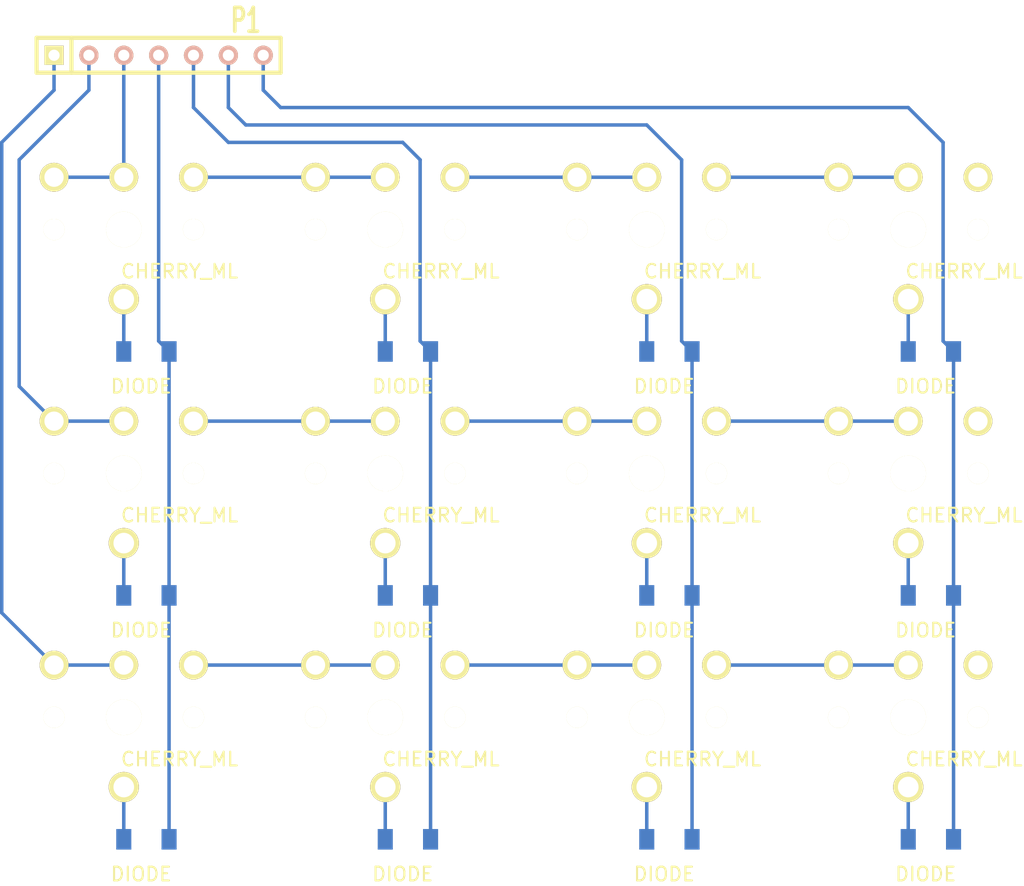
<source format=kicad_pcb>
(kicad_pcb (version 3) (host pcbnew "(2013-07-07 BZR 4022)-stable")

  (general
    (links 48)
    (no_connects 0)
    (area 187.833 116.83873 263.393 181.169)
    (thickness 1.6)
    (drawings 0)
    (tracks 71)
    (zones 0)
    (modules 25)
    (nets 29)
  )

  (page A3)
  (layers
    (15 F.Cu signal)
    (0 B.Cu signal)
    (16 B.Adhes user)
    (17 F.Adhes user)
    (18 B.Paste user)
    (19 F.Paste user)
    (20 B.SilkS user)
    (21 F.SilkS user)
    (22 B.Mask user)
    (23 F.Mask user)
    (24 Dwgs.User user)
    (25 Cmts.User user)
    (26 Eco1.User user)
    (27 Eco2.User user)
    (28 Edge.Cuts user)
  )

  (setup
    (last_trace_width 0.254)
    (trace_clearance 0.254)
    (zone_clearance 0.508)
    (zone_45_only no)
    (trace_min 0.254)
    (segment_width 0.2)
    (edge_width 0.15)
    (via_size 0.889)
    (via_drill 0.635)
    (via_min_size 0.889)
    (via_min_drill 0.508)
    (uvia_size 0.508)
    (uvia_drill 0.127)
    (uvias_allowed no)
    (uvia_min_size 0.508)
    (uvia_min_drill 0.127)
    (pcb_text_width 0.3)
    (pcb_text_size 1.5 1.5)
    (mod_edge_width 0.15)
    (mod_text_size 1.5 1.5)
    (mod_text_width 0.15)
    (pad_size 1.524 1.524)
    (pad_drill 0.762)
    (pad_to_mask_clearance 0.2)
    (aux_axis_origin 0 0)
    (visible_elements 7FFFFFFF)
    (pcbplotparams
      (layerselection 3178497)
      (usegerberextensions true)
      (excludeedgelayer true)
      (linewidth 0.100000)
      (plotframeref false)
      (viasonmask false)
      (mode 1)
      (useauxorigin false)
      (hpglpennumber 1)
      (hpglpenspeed 20)
      (hpglpendiameter 15)
      (hpglpenoverlay 2)
      (psnegative false)
      (psa4output false)
      (plotreference true)
      (plotvalue true)
      (plotothertext true)
      (plotinvisibletext false)
      (padsonsilk false)
      (subtractmaskfromsilk false)
      (outputformat 1)
      (mirror false)
      (drillshape 0)
      (scaleselection 1)
      (outputdirectory ""))
  )

  (net 0 "")
  (net 1 N-000001)
  (net 2 N-0000010)
  (net 3 N-0000011)
  (net 4 N-0000012)
  (net 5 N-0000013)
  (net 6 N-0000014)
  (net 7 N-0000018)
  (net 8 N-0000019)
  (net 9 N-000002)
  (net 10 N-0000020)
  (net 11 N-0000021)
  (net 12 N-0000022)
  (net 13 N-0000023)
  (net 14 N-0000024)
  (net 15 N-0000025)
  (net 16 N-0000026)
  (net 17 N-0000027)
  (net 18 N-0000028)
  (net 19 N-0000029)
  (net 20 N-000003)
  (net 21 N-0000030)
  (net 22 N-0000031)
  (net 23 N-000004)
  (net 24 N-000005)
  (net 25 N-000006)
  (net 26 N-000007)
  (net 27 N-000008)
  (net 28 N-000009)

  (net_class Default "This is the default net class."
    (clearance 0.254)
    (trace_width 0.254)
    (via_dia 0.889)
    (via_drill 0.635)
    (uvia_dia 0.508)
    (uvia_drill 0.127)
    (add_net "")
    (add_net N-000001)
    (add_net N-0000010)
    (add_net N-0000011)
    (add_net N-0000012)
    (add_net N-0000013)
    (add_net N-0000014)
    (add_net N-0000018)
    (add_net N-0000019)
    (add_net N-000002)
    (add_net N-0000020)
    (add_net N-0000021)
    (add_net N-0000022)
    (add_net N-0000023)
    (add_net N-0000024)
    (add_net N-0000025)
    (add_net N-0000026)
    (add_net N-0000027)
    (add_net N-0000028)
    (add_net N-0000029)
    (add_net N-000003)
    (add_net N-0000030)
    (add_net N-0000031)
    (add_net N-000004)
    (add_net N-000005)
    (add_net N-000006)
    (add_net N-000007)
    (add_net N-000008)
    (add_net N-000009)
  )

  (module SIL-7 (layer F.Cu) (tedit 564128DF) (tstamp 56412051)
    (at 172.72 107.95)
    (descr "Connecteur 7 pins")
    (tags "CONN DEV")
    (path /563F87A4)
    (fp_text reference P1 (at 6.35 -2.54) (layer F.SilkS)
      (effects (font (size 1.72974 1.08712) (thickness 0.3048)))
    )
    (fp_text value CONN_7 (at 0 -2.54) (layer F.SilkS) hide
      (effects (font (size 1.524 1.016) (thickness 0.3048)))
    )
    (fp_line (start -8.89 -1.27) (end -8.89 -1.27) (layer F.SilkS) (width 0.3048))
    (fp_line (start -8.89 -1.27) (end 8.89 -1.27) (layer F.SilkS) (width 0.3048))
    (fp_line (start 8.89 -1.27) (end 8.89 1.27) (layer F.SilkS) (width 0.3048))
    (fp_line (start 8.89 1.27) (end -8.89 1.27) (layer F.SilkS) (width 0.3048))
    (fp_line (start -8.89 1.27) (end -8.89 -1.27) (layer F.SilkS) (width 0.3048))
    (fp_line (start -6.35 1.27) (end -6.35 1.27) (layer F.SilkS) (width 0.3048))
    (fp_line (start -6.35 1.27) (end -6.35 -1.27) (layer F.SilkS) (width 0.3048))
    (pad 1 thru_hole rect (at -7.62 0) (size 1.397 1.397) (drill 0.8128)
      (layers *.Cu *.Mask F.SilkS)
      (net 12 N-0000022)
    )
    (pad 2 thru_hole circle (at -5.08 0) (size 1.397 1.397) (drill 0.8128)
      (layers *.Cu *.SilkS *.Mask)
      (net 19 N-0000029)
    )
    (pad 3 thru_hole circle (at -2.54 0) (size 1.397 1.397) (drill 0.8128)
      (layers *.Cu *.SilkS *.Mask)
      (net 25 N-000006)
    )
    (pad 4 thru_hole circle (at 0 0) (size 1.397 1.397) (drill 0.8128)
      (layers *.Cu *.SilkS *.Mask)
      (net 7 N-0000018)
    )
    (pad 5 thru_hole circle (at 2.54 0) (size 1.397 1.397) (drill 0.8128)
      (layers *.Cu *.SilkS *.Mask)
      (net 28 N-000009)
    )
    (pad 6 thru_hole circle (at 5.08 0) (size 1.397 1.397) (drill 0.8128)
      (layers *.Cu *.SilkS *.Mask)
      (net 5 N-0000013)
    )
    (pad 7 thru_hole circle (at 7.62 0) (size 1.397 1.397) (drill 0.8128)
      (layers *.Cu *.SilkS *.Mask)
      (net 9 N-000002)
    )
  )

  (module CHERRY_ML (layer F.Cu) (tedit 563F8269) (tstamp 5641205C)
    (at 189.23 120.65)
    (path /563F860F)
    (fp_text reference K6 (at -3.556 3.048) (layer F.SilkS) hide
      (effects (font (size 1 1) (thickness 0.15)))
    )
    (fp_text value CHERRY_ML (at 4.064 3.048) (layer F.SilkS)
      (effects (font (size 1 1) (thickness 0.15)))
    )
    (pad "" np_thru_hole circle (at 0 0) (size 2.6 2.6) (drill 2.6)
      (layers *.Cu *.Mask F.SilkS)
    )
    (pad "" np_thru_hole circle (at -5.08 0) (size 1.55 1.55) (drill 1.55)
      (layers *.Cu *.Mask F.SilkS)
    )
    (pad "" np_thru_hole circle (at 5.08 0) (size 1.55 1.55) (drill 1.55)
      (layers *.Cu *.Mask F.SilkS)
    )
    (pad 4 thru_hole circle (at 5.08 -3.81) (size 2.1 2.1) (drill 1.4)
      (layers *.Cu *.Mask F.SilkS)
      (net 16 N-0000026)
    )
    (pad 3 thru_hole circle (at -5.08 -3.81) (size 2.1 2.1) (drill 1.4)
      (layers *.Cu *.Mask F.SilkS)
      (net 15 N-0000025)
    )
    (pad 2 thru_hole circle (at 0 5.08) (size 2.2 2.2) (drill 1.5)
      (layers *.Cu *.Mask F.SilkS)
      (net 27 N-000008)
    )
    (pad 1 thru_hole circle (at 0 -3.81) (size 2.1 2.1) (drill 1.4)
      (layers *.Cu *.Mask F.SilkS)
      (net 15 N-0000025)
    )
  )

  (module CHERRY_ML (layer F.Cu) (tedit 563F8269) (tstamp 56412067)
    (at 208.28 120.65)
    (path /563F8632)
    (fp_text reference K7 (at -3.556 3.048) (layer F.SilkS) hide
      (effects (font (size 1 1) (thickness 0.15)))
    )
    (fp_text value CHERRY_ML (at 4.064 3.048) (layer F.SilkS)
      (effects (font (size 1 1) (thickness 0.15)))
    )
    (pad "" np_thru_hole circle (at 0 0) (size 2.6 2.6) (drill 2.6)
      (layers *.Cu *.Mask F.SilkS)
    )
    (pad "" np_thru_hole circle (at -5.08 0) (size 1.55 1.55) (drill 1.55)
      (layers *.Cu *.Mask F.SilkS)
    )
    (pad "" np_thru_hole circle (at 5.08 0) (size 1.55 1.55) (drill 1.55)
      (layers *.Cu *.Mask F.SilkS)
    )
    (pad 4 thru_hole circle (at 5.08 -3.81) (size 2.1 2.1) (drill 1.4)
      (layers *.Cu *.Mask F.SilkS)
      (net 10 N-0000020)
    )
    (pad 3 thru_hole circle (at -5.08 -3.81) (size 2.1 2.1) (drill 1.4)
      (layers *.Cu *.Mask F.SilkS)
      (net 16 N-0000026)
    )
    (pad 2 thru_hole circle (at 0 5.08) (size 2.2 2.2) (drill 1.5)
      (layers *.Cu *.Mask F.SilkS)
      (net 4 N-0000012)
    )
    (pad 1 thru_hole circle (at 0 -3.81) (size 2.1 2.1) (drill 1.4)
      (layers *.Cu *.Mask F.SilkS)
      (net 16 N-0000026)
    )
  )

  (module CHERRY_ML (layer F.Cu) (tedit 563F8269) (tstamp 56412072)
    (at 170.18 138.43)
    (path /563F8641)
    (fp_text reference K2 (at -3.556 3.048) (layer F.SilkS) hide
      (effects (font (size 1 1) (thickness 0.15)))
    )
    (fp_text value CHERRY_ML (at 4.064 3.048) (layer F.SilkS)
      (effects (font (size 1 1) (thickness 0.15)))
    )
    (pad "" np_thru_hole circle (at 0 0) (size 2.6 2.6) (drill 2.6)
      (layers *.Cu *.Mask F.SilkS)
    )
    (pad "" np_thru_hole circle (at -5.08 0) (size 1.55 1.55) (drill 1.55)
      (layers *.Cu *.Mask F.SilkS)
    )
    (pad "" np_thru_hole circle (at 5.08 0) (size 1.55 1.55) (drill 1.55)
      (layers *.Cu *.Mask F.SilkS)
    )
    (pad 4 thru_hole circle (at 5.08 -3.81) (size 2.1 2.1) (drill 1.4)
      (layers *.Cu *.Mask F.SilkS)
      (net 21 N-0000030)
    )
    (pad 3 thru_hole circle (at -5.08 -3.81) (size 2.1 2.1) (drill 1.4)
      (layers *.Cu *.Mask F.SilkS)
      (net 19 N-0000029)
    )
    (pad 2 thru_hole circle (at 0 5.08) (size 2.2 2.2) (drill 1.5)
      (layers *.Cu *.Mask F.SilkS)
      (net 18 N-0000028)
    )
    (pad 1 thru_hole circle (at 0 -3.81) (size 2.1 2.1) (drill 1.4)
      (layers *.Cu *.Mask F.SilkS)
      (net 19 N-0000029)
    )
  )

  (module CHERRY_ML (layer F.Cu) (tedit 563F8269) (tstamp 5641207D)
    (at 189.23 138.43)
    (path /563F8650)
    (fp_text reference K4 (at -3.556 3.048) (layer F.SilkS) hide
      (effects (font (size 1 1) (thickness 0.15)))
    )
    (fp_text value CHERRY_ML (at 4.064 3.048) (layer F.SilkS)
      (effects (font (size 1 1) (thickness 0.15)))
    )
    (pad "" np_thru_hole circle (at 0 0) (size 2.6 2.6) (drill 2.6)
      (layers *.Cu *.Mask F.SilkS)
    )
    (pad "" np_thru_hole circle (at -5.08 0) (size 1.55 1.55) (drill 1.55)
      (layers *.Cu *.Mask F.SilkS)
    )
    (pad "" np_thru_hole circle (at 5.08 0) (size 1.55 1.55) (drill 1.55)
      (layers *.Cu *.Mask F.SilkS)
    )
    (pad 4 thru_hole circle (at 5.08 -3.81) (size 2.1 2.1) (drill 1.4)
      (layers *.Cu *.Mask F.SilkS)
      (net 8 N-0000019)
    )
    (pad 3 thru_hole circle (at -5.08 -3.81) (size 2.1 2.1) (drill 1.4)
      (layers *.Cu *.Mask F.SilkS)
      (net 21 N-0000030)
    )
    (pad 2 thru_hole circle (at 0 5.08) (size 2.2 2.2) (drill 1.5)
      (layers *.Cu *.Mask F.SilkS)
      (net 2 N-0000010)
    )
    (pad 1 thru_hole circle (at 0 -3.81) (size 2.1 2.1) (drill 1.4)
      (layers *.Cu *.Mask F.SilkS)
      (net 21 N-0000030)
    )
  )

  (module CHERRY_ML (layer F.Cu) (tedit 563F8269) (tstamp 56412088)
    (at 208.28 138.43)
    (path /563F865F)
    (fp_text reference K8 (at -3.556 3.048) (layer F.SilkS) hide
      (effects (font (size 1 1) (thickness 0.15)))
    )
    (fp_text value CHERRY_ML (at 4.064 3.048) (layer F.SilkS)
      (effects (font (size 1 1) (thickness 0.15)))
    )
    (pad "" np_thru_hole circle (at 0 0) (size 2.6 2.6) (drill 2.6)
      (layers *.Cu *.Mask F.SilkS)
    )
    (pad "" np_thru_hole circle (at -5.08 0) (size 1.55 1.55) (drill 1.55)
      (layers *.Cu *.Mask F.SilkS)
    )
    (pad "" np_thru_hole circle (at 5.08 0) (size 1.55 1.55) (drill 1.55)
      (layers *.Cu *.Mask F.SilkS)
    )
    (pad 4 thru_hole circle (at 5.08 -3.81) (size 2.1 2.1) (drill 1.4)
      (layers *.Cu *.Mask F.SilkS)
      (net 11 N-0000021)
    )
    (pad 3 thru_hole circle (at -5.08 -3.81) (size 2.1 2.1) (drill 1.4)
      (layers *.Cu *.Mask F.SilkS)
      (net 8 N-0000019)
    )
    (pad 2 thru_hole circle (at 0 5.08) (size 2.2 2.2) (drill 1.5)
      (layers *.Cu *.Mask F.SilkS)
      (net 24 N-000005)
    )
    (pad 1 thru_hole circle (at 0 -3.81) (size 2.1 2.1) (drill 1.4)
      (layers *.Cu *.Mask F.SilkS)
      (net 8 N-0000019)
    )
  )

  (module CHERRY_ML (layer F.Cu) (tedit 563F8269) (tstamp 56412093)
    (at 227.33 120.65)
    (path /563F866E)
    (fp_text reference K10 (at -3.556 3.048) (layer F.SilkS) hide
      (effects (font (size 1 1) (thickness 0.15)))
    )
    (fp_text value CHERRY_ML (at 4.064 3.048) (layer F.SilkS)
      (effects (font (size 1 1) (thickness 0.15)))
    )
    (pad "" np_thru_hole circle (at 0 0) (size 2.6 2.6) (drill 2.6)
      (layers *.Cu *.Mask F.SilkS)
    )
    (pad "" np_thru_hole circle (at -5.08 0) (size 1.55 1.55) (drill 1.55)
      (layers *.Cu *.Mask F.SilkS)
    )
    (pad "" np_thru_hole circle (at 5.08 0) (size 1.55 1.55) (drill 1.55)
      (layers *.Cu *.Mask F.SilkS)
    )
    (pad 4 thru_hole circle (at 5.08 -3.81) (size 2.1 2.1) (drill 1.4)
      (layers *.Cu *.Mask F.SilkS)
    )
    (pad 3 thru_hole circle (at -5.08 -3.81) (size 2.1 2.1) (drill 1.4)
      (layers *.Cu *.Mask F.SilkS)
      (net 10 N-0000020)
    )
    (pad 2 thru_hole circle (at 0 5.08) (size 2.2 2.2) (drill 1.5)
      (layers *.Cu *.Mask F.SilkS)
      (net 1 N-000001)
    )
    (pad 1 thru_hole circle (at 0 -3.81) (size 2.1 2.1) (drill 1.4)
      (layers *.Cu *.Mask F.SilkS)
      (net 10 N-0000020)
    )
  )

  (module CHERRY_ML (layer F.Cu) (tedit 563F8269) (tstamp 5641209E)
    (at 227.33 138.43)
    (path /563F867D)
    (fp_text reference K11 (at -3.556 3.048) (layer F.SilkS) hide
      (effects (font (size 1 1) (thickness 0.15)))
    )
    (fp_text value CHERRY_ML (at 4.064 3.048) (layer F.SilkS)
      (effects (font (size 1 1) (thickness 0.15)))
    )
    (pad "" np_thru_hole circle (at 0 0) (size 2.6 2.6) (drill 2.6)
      (layers *.Cu *.Mask F.SilkS)
    )
    (pad "" np_thru_hole circle (at -5.08 0) (size 1.55 1.55) (drill 1.55)
      (layers *.Cu *.Mask F.SilkS)
    )
    (pad "" np_thru_hole circle (at 5.08 0) (size 1.55 1.55) (drill 1.55)
      (layers *.Cu *.Mask F.SilkS)
    )
    (pad 4 thru_hole circle (at 5.08 -3.81) (size 2.1 2.1) (drill 1.4)
      (layers *.Cu *.Mask F.SilkS)
    )
    (pad 3 thru_hole circle (at -5.08 -3.81) (size 2.1 2.1) (drill 1.4)
      (layers *.Cu *.Mask F.SilkS)
      (net 11 N-0000021)
    )
    (pad 2 thru_hole circle (at 0 5.08) (size 2.2 2.2) (drill 1.5)
      (layers *.Cu *.Mask F.SilkS)
      (net 20 N-000003)
    )
    (pad 1 thru_hole circle (at 0 -3.81) (size 2.1 2.1) (drill 1.4)
      (layers *.Cu *.Mask F.SilkS)
      (net 11 N-0000021)
    )
  )

  (module CHERRY_ML (layer F.Cu) (tedit 563F8269) (tstamp 564120A9)
    (at 170.18 156.21)
    (path /563F86A0)
    (fp_text reference K3 (at -3.556 3.048) (layer F.SilkS) hide
      (effects (font (size 1 1) (thickness 0.15)))
    )
    (fp_text value CHERRY_ML (at 4.064 3.048) (layer F.SilkS)
      (effects (font (size 1 1) (thickness 0.15)))
    )
    (pad "" np_thru_hole circle (at 0 0) (size 2.6 2.6) (drill 2.6)
      (layers *.Cu *.Mask F.SilkS)
    )
    (pad "" np_thru_hole circle (at -5.08 0) (size 1.55 1.55) (drill 1.55)
      (layers *.Cu *.Mask F.SilkS)
    )
    (pad "" np_thru_hole circle (at 5.08 0) (size 1.55 1.55) (drill 1.55)
      (layers *.Cu *.Mask F.SilkS)
    )
    (pad 4 thru_hole circle (at 5.08 -3.81) (size 2.1 2.1) (drill 1.4)
      (layers *.Cu *.Mask F.SilkS)
      (net 13 N-0000023)
    )
    (pad 3 thru_hole circle (at -5.08 -3.81) (size 2.1 2.1) (drill 1.4)
      (layers *.Cu *.Mask F.SilkS)
      (net 12 N-0000022)
    )
    (pad 2 thru_hole circle (at 0 5.08) (size 2.2 2.2) (drill 1.5)
      (layers *.Cu *.Mask F.SilkS)
      (net 26 N-000007)
    )
    (pad 1 thru_hole circle (at 0 -3.81) (size 2.1 2.1) (drill 1.4)
      (layers *.Cu *.Mask F.SilkS)
      (net 12 N-0000022)
    )
  )

  (module CHERRY_ML (layer F.Cu) (tedit 563F8269) (tstamp 564120B4)
    (at 189.23 156.21)
    (path /563F86B9)
    (fp_text reference K5 (at -3.556 3.048) (layer F.SilkS) hide
      (effects (font (size 1 1) (thickness 0.15)))
    )
    (fp_text value CHERRY_ML (at 4.064 3.048) (layer F.SilkS)
      (effects (font (size 1 1) (thickness 0.15)))
    )
    (pad "" np_thru_hole circle (at 0 0) (size 2.6 2.6) (drill 2.6)
      (layers *.Cu *.Mask F.SilkS)
    )
    (pad "" np_thru_hole circle (at -5.08 0) (size 1.55 1.55) (drill 1.55)
      (layers *.Cu *.Mask F.SilkS)
    )
    (pad "" np_thru_hole circle (at 5.08 0) (size 1.55 1.55) (drill 1.55)
      (layers *.Cu *.Mask F.SilkS)
    )
    (pad 4 thru_hole circle (at 5.08 -3.81) (size 2.1 2.1) (drill 1.4)
      (layers *.Cu *.Mask F.SilkS)
      (net 17 N-0000027)
    )
    (pad 3 thru_hole circle (at -5.08 -3.81) (size 2.1 2.1) (drill 1.4)
      (layers *.Cu *.Mask F.SilkS)
      (net 13 N-0000023)
    )
    (pad 2 thru_hole circle (at 0 5.08) (size 2.2 2.2) (drill 1.5)
      (layers *.Cu *.Mask F.SilkS)
      (net 3 N-0000011)
    )
    (pad 1 thru_hole circle (at 0 -3.81) (size 2.1 2.1) (drill 1.4)
      (layers *.Cu *.Mask F.SilkS)
      (net 13 N-0000023)
    )
  )

  (module CHERRY_ML (layer F.Cu) (tedit 563F8269) (tstamp 564120BF)
    (at 208.28 156.21)
    (path /563F86C8)
    (fp_text reference K9 (at -3.556 3.048) (layer F.SilkS) hide
      (effects (font (size 1 1) (thickness 0.15)))
    )
    (fp_text value CHERRY_ML (at 4.064 3.048) (layer F.SilkS)
      (effects (font (size 1 1) (thickness 0.15)))
    )
    (pad "" np_thru_hole circle (at 0 0) (size 2.6 2.6) (drill 2.6)
      (layers *.Cu *.Mask F.SilkS)
    )
    (pad "" np_thru_hole circle (at -5.08 0) (size 1.55 1.55) (drill 1.55)
      (layers *.Cu *.Mask F.SilkS)
    )
    (pad "" np_thru_hole circle (at 5.08 0) (size 1.55 1.55) (drill 1.55)
      (layers *.Cu *.Mask F.SilkS)
    )
    (pad 4 thru_hole circle (at 5.08 -3.81) (size 2.1 2.1) (drill 1.4)
      (layers *.Cu *.Mask F.SilkS)
      (net 22 N-0000031)
    )
    (pad 3 thru_hole circle (at -5.08 -3.81) (size 2.1 2.1) (drill 1.4)
      (layers *.Cu *.Mask F.SilkS)
      (net 17 N-0000027)
    )
    (pad 2 thru_hole circle (at 0 5.08) (size 2.2 2.2) (drill 1.5)
      (layers *.Cu *.Mask F.SilkS)
      (net 6 N-0000014)
    )
    (pad 1 thru_hole circle (at 0 -3.81) (size 2.1 2.1) (drill 1.4)
      (layers *.Cu *.Mask F.SilkS)
      (net 17 N-0000027)
    )
  )

  (module CHERRY_ML (layer F.Cu) (tedit 563F8269) (tstamp 564120CA)
    (at 227.33 156.21)
    (path /563F86D7)
    (fp_text reference K12 (at -3.556 3.048) (layer F.SilkS) hide
      (effects (font (size 1 1) (thickness 0.15)))
    )
    (fp_text value CHERRY_ML (at 4.064 3.048) (layer F.SilkS)
      (effects (font (size 1 1) (thickness 0.15)))
    )
    (pad "" np_thru_hole circle (at 0 0) (size 2.6 2.6) (drill 2.6)
      (layers *.Cu *.Mask F.SilkS)
    )
    (pad "" np_thru_hole circle (at -5.08 0) (size 1.55 1.55) (drill 1.55)
      (layers *.Cu *.Mask F.SilkS)
    )
    (pad "" np_thru_hole circle (at 5.08 0) (size 1.55 1.55) (drill 1.55)
      (layers *.Cu *.Mask F.SilkS)
    )
    (pad 4 thru_hole circle (at 5.08 -3.81) (size 2.1 2.1) (drill 1.4)
      (layers *.Cu *.Mask F.SilkS)
    )
    (pad 3 thru_hole circle (at -5.08 -3.81) (size 2.1 2.1) (drill 1.4)
      (layers *.Cu *.Mask F.SilkS)
      (net 22 N-0000031)
    )
    (pad 2 thru_hole circle (at 0 5.08) (size 2.2 2.2) (drill 1.5)
      (layers *.Cu *.Mask F.SilkS)
      (net 23 N-000004)
    )
    (pad 1 thru_hole circle (at 0 -3.81) (size 2.1 2.1) (drill 1.4)
      (layers *.Cu *.Mask F.SilkS)
      (net 22 N-0000031)
    )
  )

  (module CHERRY_ML (layer F.Cu) (tedit 563F8269) (tstamp 564120D5)
    (at 170.18 120.65)
    (path /563F8600)
    (fp_text reference K1 (at -3.556 3.048) (layer F.SilkS) hide
      (effects (font (size 1 1) (thickness 0.15)))
    )
    (fp_text value CHERRY_ML (at 4.064 3.048) (layer F.SilkS)
      (effects (font (size 1 1) (thickness 0.15)))
    )
    (pad "" np_thru_hole circle (at 0 0) (size 2.6 2.6) (drill 2.6)
      (layers *.Cu *.Mask F.SilkS)
    )
    (pad "" np_thru_hole circle (at -5.08 0) (size 1.55 1.55) (drill 1.55)
      (layers *.Cu *.Mask F.SilkS)
    )
    (pad "" np_thru_hole circle (at 5.08 0) (size 1.55 1.55) (drill 1.55)
      (layers *.Cu *.Mask F.SilkS)
    )
    (pad 4 thru_hole circle (at 5.08 -3.81) (size 2.1 2.1) (drill 1.4)
      (layers *.Cu *.Mask F.SilkS)
      (net 15 N-0000025)
    )
    (pad 3 thru_hole circle (at -5.08 -3.81) (size 2.1 2.1) (drill 1.4)
      (layers *.Cu *.Mask F.SilkS)
      (net 25 N-000006)
    )
    (pad 2 thru_hole circle (at 0 5.08) (size 2.2 2.2) (drill 1.5)
      (layers *.Cu *.Mask F.SilkS)
      (net 14 N-0000024)
    )
    (pad 1 thru_hole circle (at 0 -3.81) (size 2.1 2.1) (drill 1.4)
      (layers *.Cu *.Mask F.SilkS)
      (net 25 N-000006)
    )
  )

  (module 4148_rev2 (layer F.Cu) (tedit 564105A0) (tstamp 564120DB)
    (at 227.33 147.32)
    (path /563F8795)
    (fp_text reference D11 (at 1.27 -2.54) (layer F.SilkS) hide
      (effects (font (size 1 1) (thickness 0.15)))
    )
    (fp_text value DIODE (at 1.27 2.54) (layer F.SilkS)
      (effects (font (size 1 1) (thickness 0.15)))
    )
    (pad 1 smd rect (at 0 0) (size 1.1 1.5)
      (layers B.Cu F.Paste F.Mask)
      (net 20 N-000003)
    )
    (pad 2 smd rect (at 3.3 0) (size 1.1 1.5)
      (layers B.Cu F.Paste F.Mask)
      (net 9 N-000002)
    )
  )

  (module 4148_rev2 (layer F.Cu) (tedit 564105A0) (tstamp 564120E1)
    (at 227.33 165.1)
    (path /563F8824)
    (fp_text reference D12 (at 1.27 -2.54) (layer F.SilkS) hide
      (effects (font (size 1 1) (thickness 0.15)))
    )
    (fp_text value DIODE (at 1.27 2.54) (layer F.SilkS)
      (effects (font (size 1 1) (thickness 0.15)))
    )
    (pad 1 smd rect (at 0 0) (size 1.1 1.5)
      (layers B.Cu F.Paste F.Mask)
      (net 23 N-000004)
    )
    (pad 2 smd rect (at 3.3 0) (size 1.1 1.5)
      (layers B.Cu F.Paste F.Mask)
      (net 9 N-000002)
    )
  )

  (module 4148_rev2 (layer F.Cu) (tedit 564105A0) (tstamp 564120E7)
    (at 170.18 165.1)
    (path /563F87DE)
    (fp_text reference D3 (at 1.27 -2.54) (layer F.SilkS) hide
      (effects (font (size 1 1) (thickness 0.15)))
    )
    (fp_text value DIODE (at 1.27 2.54) (layer F.SilkS)
      (effects (font (size 1 1) (thickness 0.15)))
    )
    (pad 1 smd rect (at 0 0) (size 1.1 1.5)
      (layers B.Cu F.Paste F.Mask)
      (net 26 N-000007)
    )
    (pad 2 smd rect (at 3.3 0) (size 1.1 1.5)
      (layers B.Cu F.Paste F.Mask)
      (net 7 N-0000018)
    )
  )

  (module 4148_rev2 (layer F.Cu) (tedit 564105A0) (tstamp 564120ED)
    (at 189.23 165.1)
    (path /563F8806)
    (fp_text reference D5 (at 1.27 -2.54) (layer F.SilkS) hide
      (effects (font (size 1 1) (thickness 0.15)))
    )
    (fp_text value DIODE (at 1.27 2.54) (layer F.SilkS)
      (effects (font (size 1 1) (thickness 0.15)))
    )
    (pad 1 smd rect (at 0 0) (size 1.1 1.5)
      (layers B.Cu F.Paste F.Mask)
      (net 3 N-0000011)
    )
    (pad 2 smd rect (at 3.3 0) (size 1.1 1.5)
      (layers B.Cu F.Paste F.Mask)
      (net 28 N-000009)
    )
  )

  (module 4148_rev2 (layer F.Cu) (tedit 564105A0) (tstamp 564120F3)
    (at 208.28 165.1)
    (path /563F8815)
    (fp_text reference D9 (at 1.27 -2.54) (layer F.SilkS) hide
      (effects (font (size 1 1) (thickness 0.15)))
    )
    (fp_text value DIODE (at 1.27 2.54) (layer F.SilkS)
      (effects (font (size 1 1) (thickness 0.15)))
    )
    (pad 1 smd rect (at 0 0) (size 1.1 1.5)
      (layers B.Cu F.Paste F.Mask)
      (net 6 N-0000014)
    )
    (pad 2 smd rect (at 3.3 0) (size 1.1 1.5)
      (layers B.Cu F.Paste F.Mask)
      (net 5 N-0000013)
    )
  )

  (module 4148_rev2 (layer F.Cu) (tedit 564105A0) (tstamp 564120F9)
    (at 208.28 147.32)
    (path /563F8786)
    (fp_text reference D8 (at 1.27 -2.54) (layer F.SilkS) hide
      (effects (font (size 1 1) (thickness 0.15)))
    )
    (fp_text value DIODE (at 1.27 2.54) (layer F.SilkS)
      (effects (font (size 1 1) (thickness 0.15)))
    )
    (pad 1 smd rect (at 0 0) (size 1.1 1.5)
      (layers B.Cu F.Paste F.Mask)
      (net 24 N-000005)
    )
    (pad 2 smd rect (at 3.3 0) (size 1.1 1.5)
      (layers B.Cu F.Paste F.Mask)
      (net 5 N-0000013)
    )
  )

  (module 4148_rev2 (layer F.Cu) (tedit 564105A0) (tstamp 564120FF)
    (at 189.23 147.32)
    (path /563F8777)
    (fp_text reference D4 (at 1.27 -2.54) (layer F.SilkS) hide
      (effects (font (size 1 1) (thickness 0.15)))
    )
    (fp_text value DIODE (at 1.27 2.54) (layer F.SilkS)
      (effects (font (size 1 1) (thickness 0.15)))
    )
    (pad 1 smd rect (at 0 0) (size 1.1 1.5)
      (layers B.Cu F.Paste F.Mask)
      (net 2 N-0000010)
    )
    (pad 2 smd rect (at 3.3 0) (size 1.1 1.5)
      (layers B.Cu F.Paste F.Mask)
      (net 28 N-000009)
    )
  )

  (module 4148_rev2 (layer F.Cu) (tedit 564105A0) (tstamp 56412105)
    (at 170.18 147.32)
    (path /563F875E)
    (fp_text reference D2 (at 1.27 -2.54) (layer F.SilkS) hide
      (effects (font (size 1 1) (thickness 0.15)))
    )
    (fp_text value DIODE (at 1.27 2.54) (layer F.SilkS)
      (effects (font (size 1 1) (thickness 0.15)))
    )
    (pad 1 smd rect (at 0 0) (size 1.1 1.5)
      (layers B.Cu F.Paste F.Mask)
      (net 18 N-0000028)
    )
    (pad 2 smd rect (at 3.3 0) (size 1.1 1.5)
      (layers B.Cu F.Paste F.Mask)
      (net 7 N-0000018)
    )
  )

  (module 4148_rev2 (layer F.Cu) (tedit 564105A0) (tstamp 5641210B)
    (at 227.33 129.54)
    (path /563F8713)
    (fp_text reference D10 (at 1.27 -2.54) (layer F.SilkS) hide
      (effects (font (size 1 1) (thickness 0.15)))
    )
    (fp_text value DIODE (at 1.27 2.54) (layer F.SilkS)
      (effects (font (size 1 1) (thickness 0.15)))
    )
    (pad 1 smd rect (at 0 0) (size 1.1 1.5)
      (layers B.Cu F.Paste F.Mask)
      (net 1 N-000001)
    )
    (pad 2 smd rect (at 3.3 0) (size 1.1 1.5)
      (layers B.Cu F.Paste F.Mask)
      (net 9 N-000002)
    )
  )

  (module 4148_rev2 (layer F.Cu) (tedit 564105A0) (tstamp 56412111)
    (at 208.28 129.54)
    (path /563F8704)
    (fp_text reference D7 (at 1.27 -2.54) (layer F.SilkS) hide
      (effects (font (size 1 1) (thickness 0.15)))
    )
    (fp_text value DIODE (at 1.27 2.54) (layer F.SilkS)
      (effects (font (size 1 1) (thickness 0.15)))
    )
    (pad 1 smd rect (at 0 0) (size 1.1 1.5)
      (layers B.Cu F.Paste F.Mask)
      (net 4 N-0000012)
    )
    (pad 2 smd rect (at 3.3 0) (size 1.1 1.5)
      (layers B.Cu F.Paste F.Mask)
      (net 5 N-0000013)
    )
  )

  (module 4148_rev2 (layer F.Cu) (tedit 564105A0) (tstamp 56412117)
    (at 189.23 129.54)
    (path /563F86F5)
    (fp_text reference D6 (at 1.27 -2.54) (layer F.SilkS) hide
      (effects (font (size 1 1) (thickness 0.15)))
    )
    (fp_text value DIODE (at 1.27 2.54) (layer F.SilkS)
      (effects (font (size 1 1) (thickness 0.15)))
    )
    (pad 1 smd rect (at 0 0) (size 1.1 1.5)
      (layers B.Cu F.Paste F.Mask)
      (net 27 N-000008)
    )
    (pad 2 smd rect (at 3.3 0) (size 1.1 1.5)
      (layers B.Cu F.Paste F.Mask)
      (net 28 N-000009)
    )
  )

  (module 4148_rev2 (layer F.Cu) (tedit 564105A0) (tstamp 5641211D)
    (at 170.18 129.54)
    (path /563F86E6)
    (fp_text reference D1 (at 1.27 -2.54) (layer F.SilkS) hide
      (effects (font (size 1 1) (thickness 0.15)))
    )
    (fp_text value DIODE (at 1.27 2.54) (layer F.SilkS)
      (effects (font (size 1 1) (thickness 0.15)))
    )
    (pad 1 smd rect (at 0 0) (size 1.1 1.5)
      (layers B.Cu F.Paste F.Mask)
      (net 14 N-0000024)
    )
    (pad 2 smd rect (at 3.3 0) (size 1.1 1.5)
      (layers B.Cu F.Paste F.Mask)
      (net 7 N-0000018)
    )
  )

  (segment (start 227.33 125.73) (end 227.33 129.54) (width 0.254) (layer B.Cu) (net 1))
  (segment (start 189.23 143.51) (end 189.23 147.32) (width 0.254) (layer B.Cu) (net 2))
  (segment (start 189.23 161.29) (end 189.23 165.1) (width 0.254) (layer B.Cu) (net 3))
  (segment (start 208.28 125.73) (end 208.28 129.54) (width 0.254) (layer B.Cu) (net 4))
  (segment (start 211.58 147.32) (end 211.58 165.1) (width 0.254) (layer B.Cu) (net 5))
  (segment (start 211.58 129.54) (end 211.58 147.32) (width 0.254) (layer B.Cu) (net 5))
  (segment (start 177.8 107.95) (end 177.8 111.76) (width 0.254) (layer B.Cu) (net 5))
  (segment (start 210.82 128.78) (end 211.58 129.54) (width 0.254) (layer B.Cu) (net 5) (tstamp 56412A40))
  (segment (start 210.82 115.57) (end 210.82 128.78) (width 0.254) (layer B.Cu) (net 5) (tstamp 56412A3E))
  (segment (start 208.28 113.03) (end 210.82 115.57) (width 0.254) (layer B.Cu) (net 5) (tstamp 56412A3C))
  (segment (start 179.07 113.03) (end 208.28 113.03) (width 0.254) (layer B.Cu) (net 5) (tstamp 56412A3A))
  (segment (start 177.8 111.76) (end 179.07 113.03) (width 0.254) (layer B.Cu) (net 5) (tstamp 56412A38))
  (segment (start 208.28 161.29) (end 208.28 165.1) (width 0.254) (layer B.Cu) (net 6))
  (segment (start 173.48 147.32) (end 173.48 165.1) (width 0.254) (layer B.Cu) (net 7))
  (segment (start 173.48 129.54) (end 173.48 147.32) (width 0.254) (layer B.Cu) (net 7))
  (segment (start 172.72 107.95) (end 172.72 128.78) (width 0.254) (layer B.Cu) (net 7))
  (segment (start 172.72 128.78) (end 173.48 129.54) (width 0.254) (layer B.Cu) (net 7) (tstamp 564129EC))
  (segment (start 194.31 134.62) (end 203.2 134.62) (width 0.254) (layer B.Cu) (net 8))
  (segment (start 203.2 134.62) (end 208.28 134.62) (width 0.254) (layer B.Cu) (net 8) (tstamp 56412A32))
  (segment (start 230.63 147.32) (end 230.63 165.1) (width 0.254) (layer B.Cu) (net 9))
  (segment (start 230.63 129.54) (end 230.63 147.32) (width 0.254) (layer B.Cu) (net 9))
  (segment (start 180.34 107.95) (end 180.34 110.49) (width 0.254) (layer B.Cu) (net 9))
  (segment (start 229.87 128.78) (end 230.63 129.54) (width 0.254) (layer B.Cu) (net 9) (tstamp 56412A4F))
  (segment (start 229.87 114.3) (end 229.87 128.78) (width 0.254) (layer B.Cu) (net 9) (tstamp 56412A4D))
  (segment (start 227.33 111.76) (end 229.87 114.3) (width 0.254) (layer B.Cu) (net 9) (tstamp 56412A4B))
  (segment (start 181.61 111.76) (end 227.33 111.76) (width 0.254) (layer B.Cu) (net 9) (tstamp 56412A49))
  (segment (start 180.34 110.49) (end 181.61 111.76) (width 0.254) (layer B.Cu) (net 9) (tstamp 56412A47))
  (segment (start 213.36 116.84) (end 222.25 116.84) (width 0.254) (layer B.Cu) (net 10))
  (segment (start 222.25 116.84) (end 227.33 116.84) (width 0.254) (layer B.Cu) (net 10) (tstamp 56412A0C))
  (segment (start 213.36 134.62) (end 222.25 134.62) (width 0.254) (layer B.Cu) (net 11))
  (segment (start 222.25 134.62) (end 227.33 134.62) (width 0.254) (layer B.Cu) (net 11) (tstamp 56412A35))
  (segment (start 170.18 152.4) (end 165.1 152.4) (width 0.254) (layer B.Cu) (net 12))
  (segment (start 165.1 152.4) (end 161.29 148.59) (width 0.254) (layer B.Cu) (net 12) (tstamp 564129E3))
  (segment (start 161.29 148.59) (end 161.29 114.3) (width 0.254) (layer B.Cu) (net 12) (tstamp 564129E4))
  (segment (start 161.29 114.3) (end 165.1 110.49) (width 0.254) (layer B.Cu) (net 12) (tstamp 564129E6))
  (segment (start 165.1 110.49) (end 165.1 107.95) (width 0.254) (layer B.Cu) (net 12) (tstamp 564129E8))
  (segment (start 175.26 152.4) (end 184.15 152.4) (width 0.254) (layer B.Cu) (net 13))
  (segment (start 184.15 152.4) (end 189.23 152.4) (width 0.254) (layer B.Cu) (net 13) (tstamp 56412A26))
  (segment (start 170.18 125.73) (end 170.18 128.27) (width 0.254) (layer B.Cu) (net 14))
  (segment (start 170.18 128.27) (end 170.18 129.54) (width 0.254) (layer B.Cu) (net 14) (tstamp 56412A11))
  (segment (start 175.26 116.84) (end 184.15 116.84) (width 0.254) (layer B.Cu) (net 15))
  (segment (start 184.15 116.84) (end 189.23 116.84) (width 0.254) (layer B.Cu) (net 15) (tstamp 56412A06))
  (segment (start 194.31 116.84) (end 203.2 116.84) (width 0.254) (layer B.Cu) (net 16))
  (segment (start 203.2 116.84) (end 208.28 116.84) (width 0.254) (layer B.Cu) (net 16) (tstamp 56412A09))
  (segment (start 194.31 152.4) (end 203.2 152.4) (width 0.254) (layer B.Cu) (net 17))
  (segment (start 203.2 152.4) (end 208.28 152.4) (width 0.254) (layer B.Cu) (net 17) (tstamp 56412A29))
  (segment (start 170.18 143.51) (end 170.18 147.32) (width 0.254) (layer B.Cu) (net 18))
  (segment (start 167.64 107.95) (end 167.64 110.49) (width 0.254) (layer B.Cu) (net 19))
  (segment (start 162.56 132.08) (end 165.1 134.62) (width 0.254) (layer B.Cu) (net 19) (tstamp 564129DB))
  (segment (start 162.56 115.57) (end 162.56 132.08) (width 0.254) (layer B.Cu) (net 19) (tstamp 564129D9))
  (segment (start 167.64 110.49) (end 162.56 115.57) (width 0.254) (layer B.Cu) (net 19) (tstamp 564129D7))
  (segment (start 165.1 134.62) (end 170.18 134.62) (width 0.254) (layer B.Cu) (net 19) (tstamp 564129DD))
  (segment (start 227.33 143.51) (end 227.33 147.32) (width 0.254) (layer B.Cu) (net 20))
  (segment (start 175.26 134.62) (end 184.15 134.62) (width 0.254) (layer B.Cu) (net 21))
  (segment (start 184.15 134.62) (end 189.23 134.62) (width 0.254) (layer B.Cu) (net 21) (tstamp 56412A2F))
  (segment (start 213.36 152.4) (end 222.25 152.4) (width 0.254) (layer B.Cu) (net 22))
  (segment (start 222.25 152.4) (end 227.33 152.4) (width 0.254) (layer B.Cu) (net 22) (tstamp 56412A2C))
  (segment (start 227.33 161.29) (end 227.33 165.1) (width 0.254) (layer B.Cu) (net 23))
  (segment (start 208.28 143.51) (end 208.28 147.32) (width 0.254) (layer B.Cu) (net 24))
  (segment (start 170.18 107.95) (end 170.18 116.84) (width 0.254) (layer B.Cu) (net 25))
  (segment (start 170.18 116.84) (end 165.1 116.84) (width 0.254) (layer B.Cu) (net 25) (tstamp 564129D2))
  (segment (start 170.18 165.1) (end 170.18 161.29) (width 0.254) (layer B.Cu) (net 26))
  (segment (start 189.23 125.73) (end 189.23 129.54) (width 0.254) (layer B.Cu) (net 27))
  (segment (start 175.26 107.95) (end 175.26 111.76) (width 0.254) (layer B.Cu) (net 28))
  (segment (start 191.77 128.78) (end 192.53 129.54) (width 0.254) (layer B.Cu) (net 28) (tstamp 56412A03))
  (segment (start 191.77 115.57) (end 191.77 128.78) (width 0.254) (layer B.Cu) (net 28) (tstamp 56412A01))
  (segment (start 190.5 114.3) (end 191.77 115.57) (width 0.254) (layer B.Cu) (net 28) (tstamp 564129FF))
  (segment (start 177.8 114.3) (end 190.5 114.3) (width 0.254) (layer B.Cu) (net 28) (tstamp 564129FD))
  (segment (start 175.26 111.76) (end 177.8 114.3) (width 0.254) (layer B.Cu) (net 28) (tstamp 564129FB))
  (segment (start 192.53 147.32) (end 192.53 129.54) (width 0.254) (layer B.Cu) (net 28))
  (segment (start 192.53 165.1) (end 192.53 147.32) (width 0.254) (layer B.Cu) (net 28))

)

</source>
